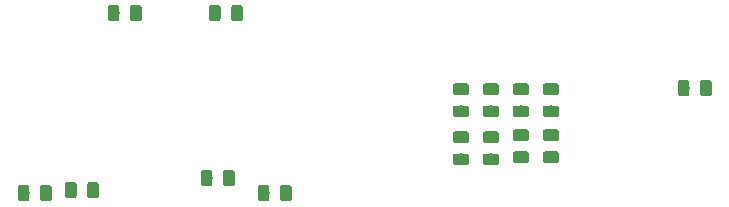
<source format=gbr>
G04 #@! TF.GenerationSoftware,KiCad,Pcbnew,(5.1.2-1)-1*
G04 #@! TF.CreationDate,2019-08-22T09:13:01-07:00*
G04 #@! TF.ProjectId,AS3310_ADSR,41533333-3130-45f4-9144-53522e6b6963,rev?*
G04 #@! TF.SameCoordinates,Original*
G04 #@! TF.FileFunction,Paste,Top*
G04 #@! TF.FilePolarity,Positive*
%FSLAX46Y46*%
G04 Gerber Fmt 4.6, Leading zero omitted, Abs format (unit mm)*
G04 Created by KiCad (PCBNEW (5.1.2-1)-1) date 2019-08-22 09:13:01*
%MOMM*%
%LPD*%
G04 APERTURE LIST*
%ADD10C,0.100000*%
%ADD11C,0.975000*%
G04 APERTURE END LIST*
D10*
G36*
X100597642Y-55181174D02*
G01*
X100621303Y-55184684D01*
X100644507Y-55190496D01*
X100667029Y-55198554D01*
X100688653Y-55208782D01*
X100709170Y-55221079D01*
X100728383Y-55235329D01*
X100746107Y-55251393D01*
X100762171Y-55269117D01*
X100776421Y-55288330D01*
X100788718Y-55308847D01*
X100798946Y-55330471D01*
X100807004Y-55352993D01*
X100812816Y-55376197D01*
X100816326Y-55399858D01*
X100817500Y-55423750D01*
X100817500Y-56336250D01*
X100816326Y-56360142D01*
X100812816Y-56383803D01*
X100807004Y-56407007D01*
X100798946Y-56429529D01*
X100788718Y-56451153D01*
X100776421Y-56471670D01*
X100762171Y-56490883D01*
X100746107Y-56508607D01*
X100728383Y-56524671D01*
X100709170Y-56538921D01*
X100688653Y-56551218D01*
X100667029Y-56561446D01*
X100644507Y-56569504D01*
X100621303Y-56575316D01*
X100597642Y-56578826D01*
X100573750Y-56580000D01*
X100086250Y-56580000D01*
X100062358Y-56578826D01*
X100038697Y-56575316D01*
X100015493Y-56569504D01*
X99992971Y-56561446D01*
X99971347Y-56551218D01*
X99950830Y-56538921D01*
X99931617Y-56524671D01*
X99913893Y-56508607D01*
X99897829Y-56490883D01*
X99883579Y-56471670D01*
X99871282Y-56451153D01*
X99861054Y-56429529D01*
X99852996Y-56407007D01*
X99847184Y-56383803D01*
X99843674Y-56360142D01*
X99842500Y-56336250D01*
X99842500Y-55423750D01*
X99843674Y-55399858D01*
X99847184Y-55376197D01*
X99852996Y-55352993D01*
X99861054Y-55330471D01*
X99871282Y-55308847D01*
X99883579Y-55288330D01*
X99897829Y-55269117D01*
X99913893Y-55251393D01*
X99931617Y-55235329D01*
X99950830Y-55221079D01*
X99971347Y-55208782D01*
X99992971Y-55198554D01*
X100015493Y-55190496D01*
X100038697Y-55184684D01*
X100062358Y-55181174D01*
X100086250Y-55180000D01*
X100573750Y-55180000D01*
X100597642Y-55181174D01*
X100597642Y-55181174D01*
G37*
D11*
X100330000Y-55880000D03*
D10*
G36*
X102472642Y-55181174D02*
G01*
X102496303Y-55184684D01*
X102519507Y-55190496D01*
X102542029Y-55198554D01*
X102563653Y-55208782D01*
X102584170Y-55221079D01*
X102603383Y-55235329D01*
X102621107Y-55251393D01*
X102637171Y-55269117D01*
X102651421Y-55288330D01*
X102663718Y-55308847D01*
X102673946Y-55330471D01*
X102682004Y-55352993D01*
X102687816Y-55376197D01*
X102691326Y-55399858D01*
X102692500Y-55423750D01*
X102692500Y-56336250D01*
X102691326Y-56360142D01*
X102687816Y-56383803D01*
X102682004Y-56407007D01*
X102673946Y-56429529D01*
X102663718Y-56451153D01*
X102651421Y-56471670D01*
X102637171Y-56490883D01*
X102621107Y-56508607D01*
X102603383Y-56524671D01*
X102584170Y-56538921D01*
X102563653Y-56551218D01*
X102542029Y-56561446D01*
X102519507Y-56569504D01*
X102496303Y-56575316D01*
X102472642Y-56578826D01*
X102448750Y-56580000D01*
X101961250Y-56580000D01*
X101937358Y-56578826D01*
X101913697Y-56575316D01*
X101890493Y-56569504D01*
X101867971Y-56561446D01*
X101846347Y-56551218D01*
X101825830Y-56538921D01*
X101806617Y-56524671D01*
X101788893Y-56508607D01*
X101772829Y-56490883D01*
X101758579Y-56471670D01*
X101746282Y-56451153D01*
X101736054Y-56429529D01*
X101727996Y-56407007D01*
X101722184Y-56383803D01*
X101718674Y-56360142D01*
X101717500Y-56336250D01*
X101717500Y-55423750D01*
X101718674Y-55399858D01*
X101722184Y-55376197D01*
X101727996Y-55352993D01*
X101736054Y-55330471D01*
X101746282Y-55308847D01*
X101758579Y-55288330D01*
X101772829Y-55269117D01*
X101788893Y-55251393D01*
X101806617Y-55235329D01*
X101825830Y-55221079D01*
X101846347Y-55208782D01*
X101867971Y-55198554D01*
X101890493Y-55190496D01*
X101913697Y-55184684D01*
X101937358Y-55181174D01*
X101961250Y-55180000D01*
X102448750Y-55180000D01*
X102472642Y-55181174D01*
X102472642Y-55181174D01*
G37*
D11*
X102205000Y-55880000D03*
D10*
G36*
X99914142Y-69151174D02*
G01*
X99937803Y-69154684D01*
X99961007Y-69160496D01*
X99983529Y-69168554D01*
X100005153Y-69178782D01*
X100025670Y-69191079D01*
X100044883Y-69205329D01*
X100062607Y-69221393D01*
X100078671Y-69239117D01*
X100092921Y-69258330D01*
X100105218Y-69278847D01*
X100115446Y-69300471D01*
X100123504Y-69322993D01*
X100129316Y-69346197D01*
X100132826Y-69369858D01*
X100134000Y-69393750D01*
X100134000Y-70306250D01*
X100132826Y-70330142D01*
X100129316Y-70353803D01*
X100123504Y-70377007D01*
X100115446Y-70399529D01*
X100105218Y-70421153D01*
X100092921Y-70441670D01*
X100078671Y-70460883D01*
X100062607Y-70478607D01*
X100044883Y-70494671D01*
X100025670Y-70508921D01*
X100005153Y-70521218D01*
X99983529Y-70531446D01*
X99961007Y-70539504D01*
X99937803Y-70545316D01*
X99914142Y-70548826D01*
X99890250Y-70550000D01*
X99402750Y-70550000D01*
X99378858Y-70548826D01*
X99355197Y-70545316D01*
X99331993Y-70539504D01*
X99309471Y-70531446D01*
X99287847Y-70521218D01*
X99267330Y-70508921D01*
X99248117Y-70494671D01*
X99230393Y-70478607D01*
X99214329Y-70460883D01*
X99200079Y-70441670D01*
X99187782Y-70421153D01*
X99177554Y-70399529D01*
X99169496Y-70377007D01*
X99163684Y-70353803D01*
X99160174Y-70330142D01*
X99159000Y-70306250D01*
X99159000Y-69393750D01*
X99160174Y-69369858D01*
X99163684Y-69346197D01*
X99169496Y-69322993D01*
X99177554Y-69300471D01*
X99187782Y-69278847D01*
X99200079Y-69258330D01*
X99214329Y-69239117D01*
X99230393Y-69221393D01*
X99248117Y-69205329D01*
X99267330Y-69191079D01*
X99287847Y-69178782D01*
X99309471Y-69168554D01*
X99331993Y-69160496D01*
X99355197Y-69154684D01*
X99378858Y-69151174D01*
X99402750Y-69150000D01*
X99890250Y-69150000D01*
X99914142Y-69151174D01*
X99914142Y-69151174D01*
G37*
D11*
X99646500Y-69850000D03*
D10*
G36*
X101789142Y-69151174D02*
G01*
X101812803Y-69154684D01*
X101836007Y-69160496D01*
X101858529Y-69168554D01*
X101880153Y-69178782D01*
X101900670Y-69191079D01*
X101919883Y-69205329D01*
X101937607Y-69221393D01*
X101953671Y-69239117D01*
X101967921Y-69258330D01*
X101980218Y-69278847D01*
X101990446Y-69300471D01*
X101998504Y-69322993D01*
X102004316Y-69346197D01*
X102007826Y-69369858D01*
X102009000Y-69393750D01*
X102009000Y-70306250D01*
X102007826Y-70330142D01*
X102004316Y-70353803D01*
X101998504Y-70377007D01*
X101990446Y-70399529D01*
X101980218Y-70421153D01*
X101967921Y-70441670D01*
X101953671Y-70460883D01*
X101937607Y-70478607D01*
X101919883Y-70494671D01*
X101900670Y-70508921D01*
X101880153Y-70521218D01*
X101858529Y-70531446D01*
X101836007Y-70539504D01*
X101812803Y-70545316D01*
X101789142Y-70548826D01*
X101765250Y-70550000D01*
X101277750Y-70550000D01*
X101253858Y-70548826D01*
X101230197Y-70545316D01*
X101206993Y-70539504D01*
X101184471Y-70531446D01*
X101162847Y-70521218D01*
X101142330Y-70508921D01*
X101123117Y-70494671D01*
X101105393Y-70478607D01*
X101089329Y-70460883D01*
X101075079Y-70441670D01*
X101062782Y-70421153D01*
X101052554Y-70399529D01*
X101044496Y-70377007D01*
X101038684Y-70353803D01*
X101035174Y-70330142D01*
X101034000Y-70306250D01*
X101034000Y-69393750D01*
X101035174Y-69369858D01*
X101038684Y-69346197D01*
X101044496Y-69322993D01*
X101052554Y-69300471D01*
X101062782Y-69278847D01*
X101075079Y-69258330D01*
X101089329Y-69239117D01*
X101105393Y-69221393D01*
X101123117Y-69205329D01*
X101142330Y-69191079D01*
X101162847Y-69178782D01*
X101184471Y-69168554D01*
X101206993Y-69160496D01*
X101230197Y-69154684D01*
X101253858Y-69151174D01*
X101277750Y-69150000D01*
X101765250Y-69150000D01*
X101789142Y-69151174D01*
X101789142Y-69151174D01*
G37*
D11*
X101521500Y-69850000D03*
D10*
G36*
X84420142Y-70421174D02*
G01*
X84443803Y-70424684D01*
X84467007Y-70430496D01*
X84489529Y-70438554D01*
X84511153Y-70448782D01*
X84531670Y-70461079D01*
X84550883Y-70475329D01*
X84568607Y-70491393D01*
X84584671Y-70509117D01*
X84598921Y-70528330D01*
X84611218Y-70548847D01*
X84621446Y-70570471D01*
X84629504Y-70592993D01*
X84635316Y-70616197D01*
X84638826Y-70639858D01*
X84640000Y-70663750D01*
X84640000Y-71576250D01*
X84638826Y-71600142D01*
X84635316Y-71623803D01*
X84629504Y-71647007D01*
X84621446Y-71669529D01*
X84611218Y-71691153D01*
X84598921Y-71711670D01*
X84584671Y-71730883D01*
X84568607Y-71748607D01*
X84550883Y-71764671D01*
X84531670Y-71778921D01*
X84511153Y-71791218D01*
X84489529Y-71801446D01*
X84467007Y-71809504D01*
X84443803Y-71815316D01*
X84420142Y-71818826D01*
X84396250Y-71820000D01*
X83908750Y-71820000D01*
X83884858Y-71818826D01*
X83861197Y-71815316D01*
X83837993Y-71809504D01*
X83815471Y-71801446D01*
X83793847Y-71791218D01*
X83773330Y-71778921D01*
X83754117Y-71764671D01*
X83736393Y-71748607D01*
X83720329Y-71730883D01*
X83706079Y-71711670D01*
X83693782Y-71691153D01*
X83683554Y-71669529D01*
X83675496Y-71647007D01*
X83669684Y-71623803D01*
X83666174Y-71600142D01*
X83665000Y-71576250D01*
X83665000Y-70663750D01*
X83666174Y-70639858D01*
X83669684Y-70616197D01*
X83675496Y-70592993D01*
X83683554Y-70570471D01*
X83693782Y-70548847D01*
X83706079Y-70528330D01*
X83720329Y-70509117D01*
X83736393Y-70491393D01*
X83754117Y-70475329D01*
X83773330Y-70461079D01*
X83793847Y-70448782D01*
X83815471Y-70438554D01*
X83837993Y-70430496D01*
X83861197Y-70424684D01*
X83884858Y-70421174D01*
X83908750Y-70420000D01*
X84396250Y-70420000D01*
X84420142Y-70421174D01*
X84420142Y-70421174D01*
G37*
D11*
X84152500Y-71120000D03*
D10*
G36*
X86295142Y-70421174D02*
G01*
X86318803Y-70424684D01*
X86342007Y-70430496D01*
X86364529Y-70438554D01*
X86386153Y-70448782D01*
X86406670Y-70461079D01*
X86425883Y-70475329D01*
X86443607Y-70491393D01*
X86459671Y-70509117D01*
X86473921Y-70528330D01*
X86486218Y-70548847D01*
X86496446Y-70570471D01*
X86504504Y-70592993D01*
X86510316Y-70616197D01*
X86513826Y-70639858D01*
X86515000Y-70663750D01*
X86515000Y-71576250D01*
X86513826Y-71600142D01*
X86510316Y-71623803D01*
X86504504Y-71647007D01*
X86496446Y-71669529D01*
X86486218Y-71691153D01*
X86473921Y-71711670D01*
X86459671Y-71730883D01*
X86443607Y-71748607D01*
X86425883Y-71764671D01*
X86406670Y-71778921D01*
X86386153Y-71791218D01*
X86364529Y-71801446D01*
X86342007Y-71809504D01*
X86318803Y-71815316D01*
X86295142Y-71818826D01*
X86271250Y-71820000D01*
X85783750Y-71820000D01*
X85759858Y-71818826D01*
X85736197Y-71815316D01*
X85712993Y-71809504D01*
X85690471Y-71801446D01*
X85668847Y-71791218D01*
X85648330Y-71778921D01*
X85629117Y-71764671D01*
X85611393Y-71748607D01*
X85595329Y-71730883D01*
X85581079Y-71711670D01*
X85568782Y-71691153D01*
X85558554Y-71669529D01*
X85550496Y-71647007D01*
X85544684Y-71623803D01*
X85541174Y-71600142D01*
X85540000Y-71576250D01*
X85540000Y-70663750D01*
X85541174Y-70639858D01*
X85544684Y-70616197D01*
X85550496Y-70592993D01*
X85558554Y-70570471D01*
X85568782Y-70548847D01*
X85581079Y-70528330D01*
X85595329Y-70509117D01*
X85611393Y-70491393D01*
X85629117Y-70475329D01*
X85648330Y-70461079D01*
X85668847Y-70448782D01*
X85690471Y-70438554D01*
X85712993Y-70430496D01*
X85736197Y-70424684D01*
X85759858Y-70421174D01*
X85783750Y-70420000D01*
X86271250Y-70420000D01*
X86295142Y-70421174D01*
X86295142Y-70421174D01*
G37*
D11*
X86027500Y-71120000D03*
D10*
G36*
X129258142Y-65710674D02*
G01*
X129281803Y-65714184D01*
X129305007Y-65719996D01*
X129327529Y-65728054D01*
X129349153Y-65738282D01*
X129369670Y-65750579D01*
X129388883Y-65764829D01*
X129406607Y-65780893D01*
X129422671Y-65798617D01*
X129436921Y-65817830D01*
X129449218Y-65838347D01*
X129459446Y-65859971D01*
X129467504Y-65882493D01*
X129473316Y-65905697D01*
X129476826Y-65929358D01*
X129478000Y-65953250D01*
X129478000Y-66440750D01*
X129476826Y-66464642D01*
X129473316Y-66488303D01*
X129467504Y-66511507D01*
X129459446Y-66534029D01*
X129449218Y-66555653D01*
X129436921Y-66576170D01*
X129422671Y-66595383D01*
X129406607Y-66613107D01*
X129388883Y-66629171D01*
X129369670Y-66643421D01*
X129349153Y-66655718D01*
X129327529Y-66665946D01*
X129305007Y-66674004D01*
X129281803Y-66679816D01*
X129258142Y-66683326D01*
X129234250Y-66684500D01*
X128321750Y-66684500D01*
X128297858Y-66683326D01*
X128274197Y-66679816D01*
X128250993Y-66674004D01*
X128228471Y-66665946D01*
X128206847Y-66655718D01*
X128186330Y-66643421D01*
X128167117Y-66629171D01*
X128149393Y-66613107D01*
X128133329Y-66595383D01*
X128119079Y-66576170D01*
X128106782Y-66555653D01*
X128096554Y-66534029D01*
X128088496Y-66511507D01*
X128082684Y-66488303D01*
X128079174Y-66464642D01*
X128078000Y-66440750D01*
X128078000Y-65953250D01*
X128079174Y-65929358D01*
X128082684Y-65905697D01*
X128088496Y-65882493D01*
X128096554Y-65859971D01*
X128106782Y-65838347D01*
X128119079Y-65817830D01*
X128133329Y-65798617D01*
X128149393Y-65780893D01*
X128167117Y-65764829D01*
X128186330Y-65750579D01*
X128206847Y-65738282D01*
X128228471Y-65728054D01*
X128250993Y-65719996D01*
X128274197Y-65714184D01*
X128297858Y-65710674D01*
X128321750Y-65709500D01*
X129234250Y-65709500D01*
X129258142Y-65710674D01*
X129258142Y-65710674D01*
G37*
D11*
X128778000Y-66197000D03*
D10*
G36*
X129258142Y-67585674D02*
G01*
X129281803Y-67589184D01*
X129305007Y-67594996D01*
X129327529Y-67603054D01*
X129349153Y-67613282D01*
X129369670Y-67625579D01*
X129388883Y-67639829D01*
X129406607Y-67655893D01*
X129422671Y-67673617D01*
X129436921Y-67692830D01*
X129449218Y-67713347D01*
X129459446Y-67734971D01*
X129467504Y-67757493D01*
X129473316Y-67780697D01*
X129476826Y-67804358D01*
X129478000Y-67828250D01*
X129478000Y-68315750D01*
X129476826Y-68339642D01*
X129473316Y-68363303D01*
X129467504Y-68386507D01*
X129459446Y-68409029D01*
X129449218Y-68430653D01*
X129436921Y-68451170D01*
X129422671Y-68470383D01*
X129406607Y-68488107D01*
X129388883Y-68504171D01*
X129369670Y-68518421D01*
X129349153Y-68530718D01*
X129327529Y-68540946D01*
X129305007Y-68549004D01*
X129281803Y-68554816D01*
X129258142Y-68558326D01*
X129234250Y-68559500D01*
X128321750Y-68559500D01*
X128297858Y-68558326D01*
X128274197Y-68554816D01*
X128250993Y-68549004D01*
X128228471Y-68540946D01*
X128206847Y-68530718D01*
X128186330Y-68518421D01*
X128167117Y-68504171D01*
X128149393Y-68488107D01*
X128133329Y-68470383D01*
X128119079Y-68451170D01*
X128106782Y-68430653D01*
X128096554Y-68409029D01*
X128088496Y-68386507D01*
X128082684Y-68363303D01*
X128079174Y-68339642D01*
X128078000Y-68315750D01*
X128078000Y-67828250D01*
X128079174Y-67804358D01*
X128082684Y-67780697D01*
X128088496Y-67757493D01*
X128096554Y-67734971D01*
X128106782Y-67713347D01*
X128119079Y-67692830D01*
X128133329Y-67673617D01*
X128149393Y-67655893D01*
X128167117Y-67639829D01*
X128186330Y-67625579D01*
X128206847Y-67613282D01*
X128228471Y-67603054D01*
X128250993Y-67594996D01*
X128274197Y-67589184D01*
X128297858Y-67585674D01*
X128321750Y-67584500D01*
X129234250Y-67584500D01*
X129258142Y-67585674D01*
X129258142Y-67585674D01*
G37*
D11*
X128778000Y-68072000D03*
D10*
G36*
X129258142Y-63697174D02*
G01*
X129281803Y-63700684D01*
X129305007Y-63706496D01*
X129327529Y-63714554D01*
X129349153Y-63724782D01*
X129369670Y-63737079D01*
X129388883Y-63751329D01*
X129406607Y-63767393D01*
X129422671Y-63785117D01*
X129436921Y-63804330D01*
X129449218Y-63824847D01*
X129459446Y-63846471D01*
X129467504Y-63868993D01*
X129473316Y-63892197D01*
X129476826Y-63915858D01*
X129478000Y-63939750D01*
X129478000Y-64427250D01*
X129476826Y-64451142D01*
X129473316Y-64474803D01*
X129467504Y-64498007D01*
X129459446Y-64520529D01*
X129449218Y-64542153D01*
X129436921Y-64562670D01*
X129422671Y-64581883D01*
X129406607Y-64599607D01*
X129388883Y-64615671D01*
X129369670Y-64629921D01*
X129349153Y-64642218D01*
X129327529Y-64652446D01*
X129305007Y-64660504D01*
X129281803Y-64666316D01*
X129258142Y-64669826D01*
X129234250Y-64671000D01*
X128321750Y-64671000D01*
X128297858Y-64669826D01*
X128274197Y-64666316D01*
X128250993Y-64660504D01*
X128228471Y-64652446D01*
X128206847Y-64642218D01*
X128186330Y-64629921D01*
X128167117Y-64615671D01*
X128149393Y-64599607D01*
X128133329Y-64581883D01*
X128119079Y-64562670D01*
X128106782Y-64542153D01*
X128096554Y-64520529D01*
X128088496Y-64498007D01*
X128082684Y-64474803D01*
X128079174Y-64451142D01*
X128078000Y-64427250D01*
X128078000Y-63939750D01*
X128079174Y-63915858D01*
X128082684Y-63892197D01*
X128088496Y-63868993D01*
X128096554Y-63846471D01*
X128106782Y-63824847D01*
X128119079Y-63804330D01*
X128133329Y-63785117D01*
X128149393Y-63767393D01*
X128167117Y-63751329D01*
X128186330Y-63737079D01*
X128206847Y-63724782D01*
X128228471Y-63714554D01*
X128250993Y-63706496D01*
X128274197Y-63700684D01*
X128297858Y-63697174D01*
X128321750Y-63696000D01*
X129234250Y-63696000D01*
X129258142Y-63697174D01*
X129258142Y-63697174D01*
G37*
D11*
X128778000Y-64183500D03*
D10*
G36*
X129258142Y-61822174D02*
G01*
X129281803Y-61825684D01*
X129305007Y-61831496D01*
X129327529Y-61839554D01*
X129349153Y-61849782D01*
X129369670Y-61862079D01*
X129388883Y-61876329D01*
X129406607Y-61892393D01*
X129422671Y-61910117D01*
X129436921Y-61929330D01*
X129449218Y-61949847D01*
X129459446Y-61971471D01*
X129467504Y-61993993D01*
X129473316Y-62017197D01*
X129476826Y-62040858D01*
X129478000Y-62064750D01*
X129478000Y-62552250D01*
X129476826Y-62576142D01*
X129473316Y-62599803D01*
X129467504Y-62623007D01*
X129459446Y-62645529D01*
X129449218Y-62667153D01*
X129436921Y-62687670D01*
X129422671Y-62706883D01*
X129406607Y-62724607D01*
X129388883Y-62740671D01*
X129369670Y-62754921D01*
X129349153Y-62767218D01*
X129327529Y-62777446D01*
X129305007Y-62785504D01*
X129281803Y-62791316D01*
X129258142Y-62794826D01*
X129234250Y-62796000D01*
X128321750Y-62796000D01*
X128297858Y-62794826D01*
X128274197Y-62791316D01*
X128250993Y-62785504D01*
X128228471Y-62777446D01*
X128206847Y-62767218D01*
X128186330Y-62754921D01*
X128167117Y-62740671D01*
X128149393Y-62724607D01*
X128133329Y-62706883D01*
X128119079Y-62687670D01*
X128106782Y-62667153D01*
X128096554Y-62645529D01*
X128088496Y-62623007D01*
X128082684Y-62599803D01*
X128079174Y-62576142D01*
X128078000Y-62552250D01*
X128078000Y-62064750D01*
X128079174Y-62040858D01*
X128082684Y-62017197D01*
X128088496Y-61993993D01*
X128096554Y-61971471D01*
X128106782Y-61949847D01*
X128119079Y-61929330D01*
X128133329Y-61910117D01*
X128149393Y-61892393D01*
X128167117Y-61876329D01*
X128186330Y-61862079D01*
X128206847Y-61849782D01*
X128228471Y-61839554D01*
X128250993Y-61831496D01*
X128274197Y-61825684D01*
X128297858Y-61822174D01*
X128321750Y-61821000D01*
X129234250Y-61821000D01*
X129258142Y-61822174D01*
X129258142Y-61822174D01*
G37*
D11*
X128778000Y-62308500D03*
D10*
G36*
X126718142Y-65710674D02*
G01*
X126741803Y-65714184D01*
X126765007Y-65719996D01*
X126787529Y-65728054D01*
X126809153Y-65738282D01*
X126829670Y-65750579D01*
X126848883Y-65764829D01*
X126866607Y-65780893D01*
X126882671Y-65798617D01*
X126896921Y-65817830D01*
X126909218Y-65838347D01*
X126919446Y-65859971D01*
X126927504Y-65882493D01*
X126933316Y-65905697D01*
X126936826Y-65929358D01*
X126938000Y-65953250D01*
X126938000Y-66440750D01*
X126936826Y-66464642D01*
X126933316Y-66488303D01*
X126927504Y-66511507D01*
X126919446Y-66534029D01*
X126909218Y-66555653D01*
X126896921Y-66576170D01*
X126882671Y-66595383D01*
X126866607Y-66613107D01*
X126848883Y-66629171D01*
X126829670Y-66643421D01*
X126809153Y-66655718D01*
X126787529Y-66665946D01*
X126765007Y-66674004D01*
X126741803Y-66679816D01*
X126718142Y-66683326D01*
X126694250Y-66684500D01*
X125781750Y-66684500D01*
X125757858Y-66683326D01*
X125734197Y-66679816D01*
X125710993Y-66674004D01*
X125688471Y-66665946D01*
X125666847Y-66655718D01*
X125646330Y-66643421D01*
X125627117Y-66629171D01*
X125609393Y-66613107D01*
X125593329Y-66595383D01*
X125579079Y-66576170D01*
X125566782Y-66555653D01*
X125556554Y-66534029D01*
X125548496Y-66511507D01*
X125542684Y-66488303D01*
X125539174Y-66464642D01*
X125538000Y-66440750D01*
X125538000Y-65953250D01*
X125539174Y-65929358D01*
X125542684Y-65905697D01*
X125548496Y-65882493D01*
X125556554Y-65859971D01*
X125566782Y-65838347D01*
X125579079Y-65817830D01*
X125593329Y-65798617D01*
X125609393Y-65780893D01*
X125627117Y-65764829D01*
X125646330Y-65750579D01*
X125666847Y-65738282D01*
X125688471Y-65728054D01*
X125710993Y-65719996D01*
X125734197Y-65714184D01*
X125757858Y-65710674D01*
X125781750Y-65709500D01*
X126694250Y-65709500D01*
X126718142Y-65710674D01*
X126718142Y-65710674D01*
G37*
D11*
X126238000Y-66197000D03*
D10*
G36*
X126718142Y-67585674D02*
G01*
X126741803Y-67589184D01*
X126765007Y-67594996D01*
X126787529Y-67603054D01*
X126809153Y-67613282D01*
X126829670Y-67625579D01*
X126848883Y-67639829D01*
X126866607Y-67655893D01*
X126882671Y-67673617D01*
X126896921Y-67692830D01*
X126909218Y-67713347D01*
X126919446Y-67734971D01*
X126927504Y-67757493D01*
X126933316Y-67780697D01*
X126936826Y-67804358D01*
X126938000Y-67828250D01*
X126938000Y-68315750D01*
X126936826Y-68339642D01*
X126933316Y-68363303D01*
X126927504Y-68386507D01*
X126919446Y-68409029D01*
X126909218Y-68430653D01*
X126896921Y-68451170D01*
X126882671Y-68470383D01*
X126866607Y-68488107D01*
X126848883Y-68504171D01*
X126829670Y-68518421D01*
X126809153Y-68530718D01*
X126787529Y-68540946D01*
X126765007Y-68549004D01*
X126741803Y-68554816D01*
X126718142Y-68558326D01*
X126694250Y-68559500D01*
X125781750Y-68559500D01*
X125757858Y-68558326D01*
X125734197Y-68554816D01*
X125710993Y-68549004D01*
X125688471Y-68540946D01*
X125666847Y-68530718D01*
X125646330Y-68518421D01*
X125627117Y-68504171D01*
X125609393Y-68488107D01*
X125593329Y-68470383D01*
X125579079Y-68451170D01*
X125566782Y-68430653D01*
X125556554Y-68409029D01*
X125548496Y-68386507D01*
X125542684Y-68363303D01*
X125539174Y-68339642D01*
X125538000Y-68315750D01*
X125538000Y-67828250D01*
X125539174Y-67804358D01*
X125542684Y-67780697D01*
X125548496Y-67757493D01*
X125556554Y-67734971D01*
X125566782Y-67713347D01*
X125579079Y-67692830D01*
X125593329Y-67673617D01*
X125609393Y-67655893D01*
X125627117Y-67639829D01*
X125646330Y-67625579D01*
X125666847Y-67613282D01*
X125688471Y-67603054D01*
X125710993Y-67594996D01*
X125734197Y-67589184D01*
X125757858Y-67585674D01*
X125781750Y-67584500D01*
X126694250Y-67584500D01*
X126718142Y-67585674D01*
X126718142Y-67585674D01*
G37*
D11*
X126238000Y-68072000D03*
D10*
G36*
X126718142Y-63697174D02*
G01*
X126741803Y-63700684D01*
X126765007Y-63706496D01*
X126787529Y-63714554D01*
X126809153Y-63724782D01*
X126829670Y-63737079D01*
X126848883Y-63751329D01*
X126866607Y-63767393D01*
X126882671Y-63785117D01*
X126896921Y-63804330D01*
X126909218Y-63824847D01*
X126919446Y-63846471D01*
X126927504Y-63868993D01*
X126933316Y-63892197D01*
X126936826Y-63915858D01*
X126938000Y-63939750D01*
X126938000Y-64427250D01*
X126936826Y-64451142D01*
X126933316Y-64474803D01*
X126927504Y-64498007D01*
X126919446Y-64520529D01*
X126909218Y-64542153D01*
X126896921Y-64562670D01*
X126882671Y-64581883D01*
X126866607Y-64599607D01*
X126848883Y-64615671D01*
X126829670Y-64629921D01*
X126809153Y-64642218D01*
X126787529Y-64652446D01*
X126765007Y-64660504D01*
X126741803Y-64666316D01*
X126718142Y-64669826D01*
X126694250Y-64671000D01*
X125781750Y-64671000D01*
X125757858Y-64669826D01*
X125734197Y-64666316D01*
X125710993Y-64660504D01*
X125688471Y-64652446D01*
X125666847Y-64642218D01*
X125646330Y-64629921D01*
X125627117Y-64615671D01*
X125609393Y-64599607D01*
X125593329Y-64581883D01*
X125579079Y-64562670D01*
X125566782Y-64542153D01*
X125556554Y-64520529D01*
X125548496Y-64498007D01*
X125542684Y-64474803D01*
X125539174Y-64451142D01*
X125538000Y-64427250D01*
X125538000Y-63939750D01*
X125539174Y-63915858D01*
X125542684Y-63892197D01*
X125548496Y-63868993D01*
X125556554Y-63846471D01*
X125566782Y-63824847D01*
X125579079Y-63804330D01*
X125593329Y-63785117D01*
X125609393Y-63767393D01*
X125627117Y-63751329D01*
X125646330Y-63737079D01*
X125666847Y-63724782D01*
X125688471Y-63714554D01*
X125710993Y-63706496D01*
X125734197Y-63700684D01*
X125757858Y-63697174D01*
X125781750Y-63696000D01*
X126694250Y-63696000D01*
X126718142Y-63697174D01*
X126718142Y-63697174D01*
G37*
D11*
X126238000Y-64183500D03*
D10*
G36*
X126718142Y-61822174D02*
G01*
X126741803Y-61825684D01*
X126765007Y-61831496D01*
X126787529Y-61839554D01*
X126809153Y-61849782D01*
X126829670Y-61862079D01*
X126848883Y-61876329D01*
X126866607Y-61892393D01*
X126882671Y-61910117D01*
X126896921Y-61929330D01*
X126909218Y-61949847D01*
X126919446Y-61971471D01*
X126927504Y-61993993D01*
X126933316Y-62017197D01*
X126936826Y-62040858D01*
X126938000Y-62064750D01*
X126938000Y-62552250D01*
X126936826Y-62576142D01*
X126933316Y-62599803D01*
X126927504Y-62623007D01*
X126919446Y-62645529D01*
X126909218Y-62667153D01*
X126896921Y-62687670D01*
X126882671Y-62706883D01*
X126866607Y-62724607D01*
X126848883Y-62740671D01*
X126829670Y-62754921D01*
X126809153Y-62767218D01*
X126787529Y-62777446D01*
X126765007Y-62785504D01*
X126741803Y-62791316D01*
X126718142Y-62794826D01*
X126694250Y-62796000D01*
X125781750Y-62796000D01*
X125757858Y-62794826D01*
X125734197Y-62791316D01*
X125710993Y-62785504D01*
X125688471Y-62777446D01*
X125666847Y-62767218D01*
X125646330Y-62754921D01*
X125627117Y-62740671D01*
X125609393Y-62724607D01*
X125593329Y-62706883D01*
X125579079Y-62687670D01*
X125566782Y-62667153D01*
X125556554Y-62645529D01*
X125548496Y-62623007D01*
X125542684Y-62599803D01*
X125539174Y-62576142D01*
X125538000Y-62552250D01*
X125538000Y-62064750D01*
X125539174Y-62040858D01*
X125542684Y-62017197D01*
X125548496Y-61993993D01*
X125556554Y-61971471D01*
X125566782Y-61949847D01*
X125579079Y-61929330D01*
X125593329Y-61910117D01*
X125609393Y-61892393D01*
X125627117Y-61876329D01*
X125646330Y-61862079D01*
X125666847Y-61849782D01*
X125688471Y-61839554D01*
X125710993Y-61831496D01*
X125734197Y-61825684D01*
X125757858Y-61822174D01*
X125781750Y-61821000D01*
X126694250Y-61821000D01*
X126718142Y-61822174D01*
X126718142Y-61822174D01*
G37*
D11*
X126238000Y-62308500D03*
D10*
G36*
X124178142Y-65886174D02*
G01*
X124201803Y-65889684D01*
X124225007Y-65895496D01*
X124247529Y-65903554D01*
X124269153Y-65913782D01*
X124289670Y-65926079D01*
X124308883Y-65940329D01*
X124326607Y-65956393D01*
X124342671Y-65974117D01*
X124356921Y-65993330D01*
X124369218Y-66013847D01*
X124379446Y-66035471D01*
X124387504Y-66057993D01*
X124393316Y-66081197D01*
X124396826Y-66104858D01*
X124398000Y-66128750D01*
X124398000Y-66616250D01*
X124396826Y-66640142D01*
X124393316Y-66663803D01*
X124387504Y-66687007D01*
X124379446Y-66709529D01*
X124369218Y-66731153D01*
X124356921Y-66751670D01*
X124342671Y-66770883D01*
X124326607Y-66788607D01*
X124308883Y-66804671D01*
X124289670Y-66818921D01*
X124269153Y-66831218D01*
X124247529Y-66841446D01*
X124225007Y-66849504D01*
X124201803Y-66855316D01*
X124178142Y-66858826D01*
X124154250Y-66860000D01*
X123241750Y-66860000D01*
X123217858Y-66858826D01*
X123194197Y-66855316D01*
X123170993Y-66849504D01*
X123148471Y-66841446D01*
X123126847Y-66831218D01*
X123106330Y-66818921D01*
X123087117Y-66804671D01*
X123069393Y-66788607D01*
X123053329Y-66770883D01*
X123039079Y-66751670D01*
X123026782Y-66731153D01*
X123016554Y-66709529D01*
X123008496Y-66687007D01*
X123002684Y-66663803D01*
X122999174Y-66640142D01*
X122998000Y-66616250D01*
X122998000Y-66128750D01*
X122999174Y-66104858D01*
X123002684Y-66081197D01*
X123008496Y-66057993D01*
X123016554Y-66035471D01*
X123026782Y-66013847D01*
X123039079Y-65993330D01*
X123053329Y-65974117D01*
X123069393Y-65956393D01*
X123087117Y-65940329D01*
X123106330Y-65926079D01*
X123126847Y-65913782D01*
X123148471Y-65903554D01*
X123170993Y-65895496D01*
X123194197Y-65889684D01*
X123217858Y-65886174D01*
X123241750Y-65885000D01*
X124154250Y-65885000D01*
X124178142Y-65886174D01*
X124178142Y-65886174D01*
G37*
D11*
X123698000Y-66372500D03*
D10*
G36*
X124178142Y-67761174D02*
G01*
X124201803Y-67764684D01*
X124225007Y-67770496D01*
X124247529Y-67778554D01*
X124269153Y-67788782D01*
X124289670Y-67801079D01*
X124308883Y-67815329D01*
X124326607Y-67831393D01*
X124342671Y-67849117D01*
X124356921Y-67868330D01*
X124369218Y-67888847D01*
X124379446Y-67910471D01*
X124387504Y-67932993D01*
X124393316Y-67956197D01*
X124396826Y-67979858D01*
X124398000Y-68003750D01*
X124398000Y-68491250D01*
X124396826Y-68515142D01*
X124393316Y-68538803D01*
X124387504Y-68562007D01*
X124379446Y-68584529D01*
X124369218Y-68606153D01*
X124356921Y-68626670D01*
X124342671Y-68645883D01*
X124326607Y-68663607D01*
X124308883Y-68679671D01*
X124289670Y-68693921D01*
X124269153Y-68706218D01*
X124247529Y-68716446D01*
X124225007Y-68724504D01*
X124201803Y-68730316D01*
X124178142Y-68733826D01*
X124154250Y-68735000D01*
X123241750Y-68735000D01*
X123217858Y-68733826D01*
X123194197Y-68730316D01*
X123170993Y-68724504D01*
X123148471Y-68716446D01*
X123126847Y-68706218D01*
X123106330Y-68693921D01*
X123087117Y-68679671D01*
X123069393Y-68663607D01*
X123053329Y-68645883D01*
X123039079Y-68626670D01*
X123026782Y-68606153D01*
X123016554Y-68584529D01*
X123008496Y-68562007D01*
X123002684Y-68538803D01*
X122999174Y-68515142D01*
X122998000Y-68491250D01*
X122998000Y-68003750D01*
X122999174Y-67979858D01*
X123002684Y-67956197D01*
X123008496Y-67932993D01*
X123016554Y-67910471D01*
X123026782Y-67888847D01*
X123039079Y-67868330D01*
X123053329Y-67849117D01*
X123069393Y-67831393D01*
X123087117Y-67815329D01*
X123106330Y-67801079D01*
X123126847Y-67788782D01*
X123148471Y-67778554D01*
X123170993Y-67770496D01*
X123194197Y-67764684D01*
X123217858Y-67761174D01*
X123241750Y-67760000D01*
X124154250Y-67760000D01*
X124178142Y-67761174D01*
X124178142Y-67761174D01*
G37*
D11*
X123698000Y-68247500D03*
D10*
G36*
X124178142Y-63697174D02*
G01*
X124201803Y-63700684D01*
X124225007Y-63706496D01*
X124247529Y-63714554D01*
X124269153Y-63724782D01*
X124289670Y-63737079D01*
X124308883Y-63751329D01*
X124326607Y-63767393D01*
X124342671Y-63785117D01*
X124356921Y-63804330D01*
X124369218Y-63824847D01*
X124379446Y-63846471D01*
X124387504Y-63868993D01*
X124393316Y-63892197D01*
X124396826Y-63915858D01*
X124398000Y-63939750D01*
X124398000Y-64427250D01*
X124396826Y-64451142D01*
X124393316Y-64474803D01*
X124387504Y-64498007D01*
X124379446Y-64520529D01*
X124369218Y-64542153D01*
X124356921Y-64562670D01*
X124342671Y-64581883D01*
X124326607Y-64599607D01*
X124308883Y-64615671D01*
X124289670Y-64629921D01*
X124269153Y-64642218D01*
X124247529Y-64652446D01*
X124225007Y-64660504D01*
X124201803Y-64666316D01*
X124178142Y-64669826D01*
X124154250Y-64671000D01*
X123241750Y-64671000D01*
X123217858Y-64669826D01*
X123194197Y-64666316D01*
X123170993Y-64660504D01*
X123148471Y-64652446D01*
X123126847Y-64642218D01*
X123106330Y-64629921D01*
X123087117Y-64615671D01*
X123069393Y-64599607D01*
X123053329Y-64581883D01*
X123039079Y-64562670D01*
X123026782Y-64542153D01*
X123016554Y-64520529D01*
X123008496Y-64498007D01*
X123002684Y-64474803D01*
X122999174Y-64451142D01*
X122998000Y-64427250D01*
X122998000Y-63939750D01*
X122999174Y-63915858D01*
X123002684Y-63892197D01*
X123008496Y-63868993D01*
X123016554Y-63846471D01*
X123026782Y-63824847D01*
X123039079Y-63804330D01*
X123053329Y-63785117D01*
X123069393Y-63767393D01*
X123087117Y-63751329D01*
X123106330Y-63737079D01*
X123126847Y-63724782D01*
X123148471Y-63714554D01*
X123170993Y-63706496D01*
X123194197Y-63700684D01*
X123217858Y-63697174D01*
X123241750Y-63696000D01*
X124154250Y-63696000D01*
X124178142Y-63697174D01*
X124178142Y-63697174D01*
G37*
D11*
X123698000Y-64183500D03*
D10*
G36*
X124178142Y-61822174D02*
G01*
X124201803Y-61825684D01*
X124225007Y-61831496D01*
X124247529Y-61839554D01*
X124269153Y-61849782D01*
X124289670Y-61862079D01*
X124308883Y-61876329D01*
X124326607Y-61892393D01*
X124342671Y-61910117D01*
X124356921Y-61929330D01*
X124369218Y-61949847D01*
X124379446Y-61971471D01*
X124387504Y-61993993D01*
X124393316Y-62017197D01*
X124396826Y-62040858D01*
X124398000Y-62064750D01*
X124398000Y-62552250D01*
X124396826Y-62576142D01*
X124393316Y-62599803D01*
X124387504Y-62623007D01*
X124379446Y-62645529D01*
X124369218Y-62667153D01*
X124356921Y-62687670D01*
X124342671Y-62706883D01*
X124326607Y-62724607D01*
X124308883Y-62740671D01*
X124289670Y-62754921D01*
X124269153Y-62767218D01*
X124247529Y-62777446D01*
X124225007Y-62785504D01*
X124201803Y-62791316D01*
X124178142Y-62794826D01*
X124154250Y-62796000D01*
X123241750Y-62796000D01*
X123217858Y-62794826D01*
X123194197Y-62791316D01*
X123170993Y-62785504D01*
X123148471Y-62777446D01*
X123126847Y-62767218D01*
X123106330Y-62754921D01*
X123087117Y-62740671D01*
X123069393Y-62724607D01*
X123053329Y-62706883D01*
X123039079Y-62687670D01*
X123026782Y-62667153D01*
X123016554Y-62645529D01*
X123008496Y-62623007D01*
X123002684Y-62599803D01*
X122999174Y-62576142D01*
X122998000Y-62552250D01*
X122998000Y-62064750D01*
X122999174Y-62040858D01*
X123002684Y-62017197D01*
X123008496Y-61993993D01*
X123016554Y-61971471D01*
X123026782Y-61949847D01*
X123039079Y-61929330D01*
X123053329Y-61910117D01*
X123069393Y-61892393D01*
X123087117Y-61876329D01*
X123106330Y-61862079D01*
X123126847Y-61849782D01*
X123148471Y-61839554D01*
X123170993Y-61831496D01*
X123194197Y-61825684D01*
X123217858Y-61822174D01*
X123241750Y-61821000D01*
X124154250Y-61821000D01*
X124178142Y-61822174D01*
X124178142Y-61822174D01*
G37*
D11*
X123698000Y-62308500D03*
D10*
G36*
X121638142Y-65886174D02*
G01*
X121661803Y-65889684D01*
X121685007Y-65895496D01*
X121707529Y-65903554D01*
X121729153Y-65913782D01*
X121749670Y-65926079D01*
X121768883Y-65940329D01*
X121786607Y-65956393D01*
X121802671Y-65974117D01*
X121816921Y-65993330D01*
X121829218Y-66013847D01*
X121839446Y-66035471D01*
X121847504Y-66057993D01*
X121853316Y-66081197D01*
X121856826Y-66104858D01*
X121858000Y-66128750D01*
X121858000Y-66616250D01*
X121856826Y-66640142D01*
X121853316Y-66663803D01*
X121847504Y-66687007D01*
X121839446Y-66709529D01*
X121829218Y-66731153D01*
X121816921Y-66751670D01*
X121802671Y-66770883D01*
X121786607Y-66788607D01*
X121768883Y-66804671D01*
X121749670Y-66818921D01*
X121729153Y-66831218D01*
X121707529Y-66841446D01*
X121685007Y-66849504D01*
X121661803Y-66855316D01*
X121638142Y-66858826D01*
X121614250Y-66860000D01*
X120701750Y-66860000D01*
X120677858Y-66858826D01*
X120654197Y-66855316D01*
X120630993Y-66849504D01*
X120608471Y-66841446D01*
X120586847Y-66831218D01*
X120566330Y-66818921D01*
X120547117Y-66804671D01*
X120529393Y-66788607D01*
X120513329Y-66770883D01*
X120499079Y-66751670D01*
X120486782Y-66731153D01*
X120476554Y-66709529D01*
X120468496Y-66687007D01*
X120462684Y-66663803D01*
X120459174Y-66640142D01*
X120458000Y-66616250D01*
X120458000Y-66128750D01*
X120459174Y-66104858D01*
X120462684Y-66081197D01*
X120468496Y-66057993D01*
X120476554Y-66035471D01*
X120486782Y-66013847D01*
X120499079Y-65993330D01*
X120513329Y-65974117D01*
X120529393Y-65956393D01*
X120547117Y-65940329D01*
X120566330Y-65926079D01*
X120586847Y-65913782D01*
X120608471Y-65903554D01*
X120630993Y-65895496D01*
X120654197Y-65889684D01*
X120677858Y-65886174D01*
X120701750Y-65885000D01*
X121614250Y-65885000D01*
X121638142Y-65886174D01*
X121638142Y-65886174D01*
G37*
D11*
X121158000Y-66372500D03*
D10*
G36*
X121638142Y-67761174D02*
G01*
X121661803Y-67764684D01*
X121685007Y-67770496D01*
X121707529Y-67778554D01*
X121729153Y-67788782D01*
X121749670Y-67801079D01*
X121768883Y-67815329D01*
X121786607Y-67831393D01*
X121802671Y-67849117D01*
X121816921Y-67868330D01*
X121829218Y-67888847D01*
X121839446Y-67910471D01*
X121847504Y-67932993D01*
X121853316Y-67956197D01*
X121856826Y-67979858D01*
X121858000Y-68003750D01*
X121858000Y-68491250D01*
X121856826Y-68515142D01*
X121853316Y-68538803D01*
X121847504Y-68562007D01*
X121839446Y-68584529D01*
X121829218Y-68606153D01*
X121816921Y-68626670D01*
X121802671Y-68645883D01*
X121786607Y-68663607D01*
X121768883Y-68679671D01*
X121749670Y-68693921D01*
X121729153Y-68706218D01*
X121707529Y-68716446D01*
X121685007Y-68724504D01*
X121661803Y-68730316D01*
X121638142Y-68733826D01*
X121614250Y-68735000D01*
X120701750Y-68735000D01*
X120677858Y-68733826D01*
X120654197Y-68730316D01*
X120630993Y-68724504D01*
X120608471Y-68716446D01*
X120586847Y-68706218D01*
X120566330Y-68693921D01*
X120547117Y-68679671D01*
X120529393Y-68663607D01*
X120513329Y-68645883D01*
X120499079Y-68626670D01*
X120486782Y-68606153D01*
X120476554Y-68584529D01*
X120468496Y-68562007D01*
X120462684Y-68538803D01*
X120459174Y-68515142D01*
X120458000Y-68491250D01*
X120458000Y-68003750D01*
X120459174Y-67979858D01*
X120462684Y-67956197D01*
X120468496Y-67932993D01*
X120476554Y-67910471D01*
X120486782Y-67888847D01*
X120499079Y-67868330D01*
X120513329Y-67849117D01*
X120529393Y-67831393D01*
X120547117Y-67815329D01*
X120566330Y-67801079D01*
X120586847Y-67788782D01*
X120608471Y-67778554D01*
X120630993Y-67770496D01*
X120654197Y-67764684D01*
X120677858Y-67761174D01*
X120701750Y-67760000D01*
X121614250Y-67760000D01*
X121638142Y-67761174D01*
X121638142Y-67761174D01*
G37*
D11*
X121158000Y-68247500D03*
D10*
G36*
X121638142Y-63697174D02*
G01*
X121661803Y-63700684D01*
X121685007Y-63706496D01*
X121707529Y-63714554D01*
X121729153Y-63724782D01*
X121749670Y-63737079D01*
X121768883Y-63751329D01*
X121786607Y-63767393D01*
X121802671Y-63785117D01*
X121816921Y-63804330D01*
X121829218Y-63824847D01*
X121839446Y-63846471D01*
X121847504Y-63868993D01*
X121853316Y-63892197D01*
X121856826Y-63915858D01*
X121858000Y-63939750D01*
X121858000Y-64427250D01*
X121856826Y-64451142D01*
X121853316Y-64474803D01*
X121847504Y-64498007D01*
X121839446Y-64520529D01*
X121829218Y-64542153D01*
X121816921Y-64562670D01*
X121802671Y-64581883D01*
X121786607Y-64599607D01*
X121768883Y-64615671D01*
X121749670Y-64629921D01*
X121729153Y-64642218D01*
X121707529Y-64652446D01*
X121685007Y-64660504D01*
X121661803Y-64666316D01*
X121638142Y-64669826D01*
X121614250Y-64671000D01*
X120701750Y-64671000D01*
X120677858Y-64669826D01*
X120654197Y-64666316D01*
X120630993Y-64660504D01*
X120608471Y-64652446D01*
X120586847Y-64642218D01*
X120566330Y-64629921D01*
X120547117Y-64615671D01*
X120529393Y-64599607D01*
X120513329Y-64581883D01*
X120499079Y-64562670D01*
X120486782Y-64542153D01*
X120476554Y-64520529D01*
X120468496Y-64498007D01*
X120462684Y-64474803D01*
X120459174Y-64451142D01*
X120458000Y-64427250D01*
X120458000Y-63939750D01*
X120459174Y-63915858D01*
X120462684Y-63892197D01*
X120468496Y-63868993D01*
X120476554Y-63846471D01*
X120486782Y-63824847D01*
X120499079Y-63804330D01*
X120513329Y-63785117D01*
X120529393Y-63767393D01*
X120547117Y-63751329D01*
X120566330Y-63737079D01*
X120586847Y-63724782D01*
X120608471Y-63714554D01*
X120630993Y-63706496D01*
X120654197Y-63700684D01*
X120677858Y-63697174D01*
X120701750Y-63696000D01*
X121614250Y-63696000D01*
X121638142Y-63697174D01*
X121638142Y-63697174D01*
G37*
D11*
X121158000Y-64183500D03*
D10*
G36*
X121638142Y-61822174D02*
G01*
X121661803Y-61825684D01*
X121685007Y-61831496D01*
X121707529Y-61839554D01*
X121729153Y-61849782D01*
X121749670Y-61862079D01*
X121768883Y-61876329D01*
X121786607Y-61892393D01*
X121802671Y-61910117D01*
X121816921Y-61929330D01*
X121829218Y-61949847D01*
X121839446Y-61971471D01*
X121847504Y-61993993D01*
X121853316Y-62017197D01*
X121856826Y-62040858D01*
X121858000Y-62064750D01*
X121858000Y-62552250D01*
X121856826Y-62576142D01*
X121853316Y-62599803D01*
X121847504Y-62623007D01*
X121839446Y-62645529D01*
X121829218Y-62667153D01*
X121816921Y-62687670D01*
X121802671Y-62706883D01*
X121786607Y-62724607D01*
X121768883Y-62740671D01*
X121749670Y-62754921D01*
X121729153Y-62767218D01*
X121707529Y-62777446D01*
X121685007Y-62785504D01*
X121661803Y-62791316D01*
X121638142Y-62794826D01*
X121614250Y-62796000D01*
X120701750Y-62796000D01*
X120677858Y-62794826D01*
X120654197Y-62791316D01*
X120630993Y-62785504D01*
X120608471Y-62777446D01*
X120586847Y-62767218D01*
X120566330Y-62754921D01*
X120547117Y-62740671D01*
X120529393Y-62724607D01*
X120513329Y-62706883D01*
X120499079Y-62687670D01*
X120486782Y-62667153D01*
X120476554Y-62645529D01*
X120468496Y-62623007D01*
X120462684Y-62599803D01*
X120459174Y-62576142D01*
X120458000Y-62552250D01*
X120458000Y-62064750D01*
X120459174Y-62040858D01*
X120462684Y-62017197D01*
X120468496Y-61993993D01*
X120476554Y-61971471D01*
X120486782Y-61949847D01*
X120499079Y-61929330D01*
X120513329Y-61910117D01*
X120529393Y-61892393D01*
X120547117Y-61876329D01*
X120566330Y-61862079D01*
X120586847Y-61849782D01*
X120608471Y-61839554D01*
X120630993Y-61831496D01*
X120654197Y-61825684D01*
X120677858Y-61822174D01*
X120701750Y-61821000D01*
X121614250Y-61821000D01*
X121638142Y-61822174D01*
X121638142Y-61822174D01*
G37*
D11*
X121158000Y-62308500D03*
D10*
G36*
X142175142Y-61531174D02*
G01*
X142198803Y-61534684D01*
X142222007Y-61540496D01*
X142244529Y-61548554D01*
X142266153Y-61558782D01*
X142286670Y-61571079D01*
X142305883Y-61585329D01*
X142323607Y-61601393D01*
X142339671Y-61619117D01*
X142353921Y-61638330D01*
X142366218Y-61658847D01*
X142376446Y-61680471D01*
X142384504Y-61702993D01*
X142390316Y-61726197D01*
X142393826Y-61749858D01*
X142395000Y-61773750D01*
X142395000Y-62686250D01*
X142393826Y-62710142D01*
X142390316Y-62733803D01*
X142384504Y-62757007D01*
X142376446Y-62779529D01*
X142366218Y-62801153D01*
X142353921Y-62821670D01*
X142339671Y-62840883D01*
X142323607Y-62858607D01*
X142305883Y-62874671D01*
X142286670Y-62888921D01*
X142266153Y-62901218D01*
X142244529Y-62911446D01*
X142222007Y-62919504D01*
X142198803Y-62925316D01*
X142175142Y-62928826D01*
X142151250Y-62930000D01*
X141663750Y-62930000D01*
X141639858Y-62928826D01*
X141616197Y-62925316D01*
X141592993Y-62919504D01*
X141570471Y-62911446D01*
X141548847Y-62901218D01*
X141528330Y-62888921D01*
X141509117Y-62874671D01*
X141491393Y-62858607D01*
X141475329Y-62840883D01*
X141461079Y-62821670D01*
X141448782Y-62801153D01*
X141438554Y-62779529D01*
X141430496Y-62757007D01*
X141424684Y-62733803D01*
X141421174Y-62710142D01*
X141420000Y-62686250D01*
X141420000Y-61773750D01*
X141421174Y-61749858D01*
X141424684Y-61726197D01*
X141430496Y-61702993D01*
X141438554Y-61680471D01*
X141448782Y-61658847D01*
X141461079Y-61638330D01*
X141475329Y-61619117D01*
X141491393Y-61601393D01*
X141509117Y-61585329D01*
X141528330Y-61571079D01*
X141548847Y-61558782D01*
X141570471Y-61548554D01*
X141592993Y-61540496D01*
X141616197Y-61534684D01*
X141639858Y-61531174D01*
X141663750Y-61530000D01*
X142151250Y-61530000D01*
X142175142Y-61531174D01*
X142175142Y-61531174D01*
G37*
D11*
X141907500Y-62230000D03*
D10*
G36*
X140300142Y-61531174D02*
G01*
X140323803Y-61534684D01*
X140347007Y-61540496D01*
X140369529Y-61548554D01*
X140391153Y-61558782D01*
X140411670Y-61571079D01*
X140430883Y-61585329D01*
X140448607Y-61601393D01*
X140464671Y-61619117D01*
X140478921Y-61638330D01*
X140491218Y-61658847D01*
X140501446Y-61680471D01*
X140509504Y-61702993D01*
X140515316Y-61726197D01*
X140518826Y-61749858D01*
X140520000Y-61773750D01*
X140520000Y-62686250D01*
X140518826Y-62710142D01*
X140515316Y-62733803D01*
X140509504Y-62757007D01*
X140501446Y-62779529D01*
X140491218Y-62801153D01*
X140478921Y-62821670D01*
X140464671Y-62840883D01*
X140448607Y-62858607D01*
X140430883Y-62874671D01*
X140411670Y-62888921D01*
X140391153Y-62901218D01*
X140369529Y-62911446D01*
X140347007Y-62919504D01*
X140323803Y-62925316D01*
X140300142Y-62928826D01*
X140276250Y-62930000D01*
X139788750Y-62930000D01*
X139764858Y-62928826D01*
X139741197Y-62925316D01*
X139717993Y-62919504D01*
X139695471Y-62911446D01*
X139673847Y-62901218D01*
X139653330Y-62888921D01*
X139634117Y-62874671D01*
X139616393Y-62858607D01*
X139600329Y-62840883D01*
X139586079Y-62821670D01*
X139573782Y-62801153D01*
X139563554Y-62779529D01*
X139555496Y-62757007D01*
X139549684Y-62733803D01*
X139546174Y-62710142D01*
X139545000Y-62686250D01*
X139545000Y-61773750D01*
X139546174Y-61749858D01*
X139549684Y-61726197D01*
X139555496Y-61702993D01*
X139563554Y-61680471D01*
X139573782Y-61658847D01*
X139586079Y-61638330D01*
X139600329Y-61619117D01*
X139616393Y-61601393D01*
X139634117Y-61585329D01*
X139653330Y-61571079D01*
X139673847Y-61558782D01*
X139695471Y-61548554D01*
X139717993Y-61540496D01*
X139741197Y-61534684D01*
X139764858Y-61531174D01*
X139788750Y-61530000D01*
X140276250Y-61530000D01*
X140300142Y-61531174D01*
X140300142Y-61531174D01*
G37*
D11*
X140032500Y-62230000D03*
D10*
G36*
X90280642Y-70167174D02*
G01*
X90304303Y-70170684D01*
X90327507Y-70176496D01*
X90350029Y-70184554D01*
X90371653Y-70194782D01*
X90392170Y-70207079D01*
X90411383Y-70221329D01*
X90429107Y-70237393D01*
X90445171Y-70255117D01*
X90459421Y-70274330D01*
X90471718Y-70294847D01*
X90481946Y-70316471D01*
X90490004Y-70338993D01*
X90495816Y-70362197D01*
X90499326Y-70385858D01*
X90500500Y-70409750D01*
X90500500Y-71322250D01*
X90499326Y-71346142D01*
X90495816Y-71369803D01*
X90490004Y-71393007D01*
X90481946Y-71415529D01*
X90471718Y-71437153D01*
X90459421Y-71457670D01*
X90445171Y-71476883D01*
X90429107Y-71494607D01*
X90411383Y-71510671D01*
X90392170Y-71524921D01*
X90371653Y-71537218D01*
X90350029Y-71547446D01*
X90327507Y-71555504D01*
X90304303Y-71561316D01*
X90280642Y-71564826D01*
X90256750Y-71566000D01*
X89769250Y-71566000D01*
X89745358Y-71564826D01*
X89721697Y-71561316D01*
X89698493Y-71555504D01*
X89675971Y-71547446D01*
X89654347Y-71537218D01*
X89633830Y-71524921D01*
X89614617Y-71510671D01*
X89596893Y-71494607D01*
X89580829Y-71476883D01*
X89566579Y-71457670D01*
X89554282Y-71437153D01*
X89544054Y-71415529D01*
X89535996Y-71393007D01*
X89530184Y-71369803D01*
X89526674Y-71346142D01*
X89525500Y-71322250D01*
X89525500Y-70409750D01*
X89526674Y-70385858D01*
X89530184Y-70362197D01*
X89535996Y-70338993D01*
X89544054Y-70316471D01*
X89554282Y-70294847D01*
X89566579Y-70274330D01*
X89580829Y-70255117D01*
X89596893Y-70237393D01*
X89614617Y-70221329D01*
X89633830Y-70207079D01*
X89654347Y-70194782D01*
X89675971Y-70184554D01*
X89698493Y-70176496D01*
X89721697Y-70170684D01*
X89745358Y-70167174D01*
X89769250Y-70166000D01*
X90256750Y-70166000D01*
X90280642Y-70167174D01*
X90280642Y-70167174D01*
G37*
D11*
X90013000Y-70866000D03*
D10*
G36*
X88405642Y-70167174D02*
G01*
X88429303Y-70170684D01*
X88452507Y-70176496D01*
X88475029Y-70184554D01*
X88496653Y-70194782D01*
X88517170Y-70207079D01*
X88536383Y-70221329D01*
X88554107Y-70237393D01*
X88570171Y-70255117D01*
X88584421Y-70274330D01*
X88596718Y-70294847D01*
X88606946Y-70316471D01*
X88615004Y-70338993D01*
X88620816Y-70362197D01*
X88624326Y-70385858D01*
X88625500Y-70409750D01*
X88625500Y-71322250D01*
X88624326Y-71346142D01*
X88620816Y-71369803D01*
X88615004Y-71393007D01*
X88606946Y-71415529D01*
X88596718Y-71437153D01*
X88584421Y-71457670D01*
X88570171Y-71476883D01*
X88554107Y-71494607D01*
X88536383Y-71510671D01*
X88517170Y-71524921D01*
X88496653Y-71537218D01*
X88475029Y-71547446D01*
X88452507Y-71555504D01*
X88429303Y-71561316D01*
X88405642Y-71564826D01*
X88381750Y-71566000D01*
X87894250Y-71566000D01*
X87870358Y-71564826D01*
X87846697Y-71561316D01*
X87823493Y-71555504D01*
X87800971Y-71547446D01*
X87779347Y-71537218D01*
X87758830Y-71524921D01*
X87739617Y-71510671D01*
X87721893Y-71494607D01*
X87705829Y-71476883D01*
X87691579Y-71457670D01*
X87679282Y-71437153D01*
X87669054Y-71415529D01*
X87660996Y-71393007D01*
X87655184Y-71369803D01*
X87651674Y-71346142D01*
X87650500Y-71322250D01*
X87650500Y-70409750D01*
X87651674Y-70385858D01*
X87655184Y-70362197D01*
X87660996Y-70338993D01*
X87669054Y-70316471D01*
X87679282Y-70294847D01*
X87691579Y-70274330D01*
X87705829Y-70255117D01*
X87721893Y-70237393D01*
X87739617Y-70221329D01*
X87758830Y-70207079D01*
X87779347Y-70194782D01*
X87800971Y-70184554D01*
X87823493Y-70176496D01*
X87846697Y-70170684D01*
X87870358Y-70167174D01*
X87894250Y-70166000D01*
X88381750Y-70166000D01*
X88405642Y-70167174D01*
X88405642Y-70167174D01*
G37*
D11*
X88138000Y-70866000D03*
D10*
G36*
X92040142Y-55181174D02*
G01*
X92063803Y-55184684D01*
X92087007Y-55190496D01*
X92109529Y-55198554D01*
X92131153Y-55208782D01*
X92151670Y-55221079D01*
X92170883Y-55235329D01*
X92188607Y-55251393D01*
X92204671Y-55269117D01*
X92218921Y-55288330D01*
X92231218Y-55308847D01*
X92241446Y-55330471D01*
X92249504Y-55352993D01*
X92255316Y-55376197D01*
X92258826Y-55399858D01*
X92260000Y-55423750D01*
X92260000Y-56336250D01*
X92258826Y-56360142D01*
X92255316Y-56383803D01*
X92249504Y-56407007D01*
X92241446Y-56429529D01*
X92231218Y-56451153D01*
X92218921Y-56471670D01*
X92204671Y-56490883D01*
X92188607Y-56508607D01*
X92170883Y-56524671D01*
X92151670Y-56538921D01*
X92131153Y-56551218D01*
X92109529Y-56561446D01*
X92087007Y-56569504D01*
X92063803Y-56575316D01*
X92040142Y-56578826D01*
X92016250Y-56580000D01*
X91528750Y-56580000D01*
X91504858Y-56578826D01*
X91481197Y-56575316D01*
X91457993Y-56569504D01*
X91435471Y-56561446D01*
X91413847Y-56551218D01*
X91393330Y-56538921D01*
X91374117Y-56524671D01*
X91356393Y-56508607D01*
X91340329Y-56490883D01*
X91326079Y-56471670D01*
X91313782Y-56451153D01*
X91303554Y-56429529D01*
X91295496Y-56407007D01*
X91289684Y-56383803D01*
X91286174Y-56360142D01*
X91285000Y-56336250D01*
X91285000Y-55423750D01*
X91286174Y-55399858D01*
X91289684Y-55376197D01*
X91295496Y-55352993D01*
X91303554Y-55330471D01*
X91313782Y-55308847D01*
X91326079Y-55288330D01*
X91340329Y-55269117D01*
X91356393Y-55251393D01*
X91374117Y-55235329D01*
X91393330Y-55221079D01*
X91413847Y-55208782D01*
X91435471Y-55198554D01*
X91457993Y-55190496D01*
X91481197Y-55184684D01*
X91504858Y-55181174D01*
X91528750Y-55180000D01*
X92016250Y-55180000D01*
X92040142Y-55181174D01*
X92040142Y-55181174D01*
G37*
D11*
X91772500Y-55880000D03*
D10*
G36*
X93915142Y-55181174D02*
G01*
X93938803Y-55184684D01*
X93962007Y-55190496D01*
X93984529Y-55198554D01*
X94006153Y-55208782D01*
X94026670Y-55221079D01*
X94045883Y-55235329D01*
X94063607Y-55251393D01*
X94079671Y-55269117D01*
X94093921Y-55288330D01*
X94106218Y-55308847D01*
X94116446Y-55330471D01*
X94124504Y-55352993D01*
X94130316Y-55376197D01*
X94133826Y-55399858D01*
X94135000Y-55423750D01*
X94135000Y-56336250D01*
X94133826Y-56360142D01*
X94130316Y-56383803D01*
X94124504Y-56407007D01*
X94116446Y-56429529D01*
X94106218Y-56451153D01*
X94093921Y-56471670D01*
X94079671Y-56490883D01*
X94063607Y-56508607D01*
X94045883Y-56524671D01*
X94026670Y-56538921D01*
X94006153Y-56551218D01*
X93984529Y-56561446D01*
X93962007Y-56569504D01*
X93938803Y-56575316D01*
X93915142Y-56578826D01*
X93891250Y-56580000D01*
X93403750Y-56580000D01*
X93379858Y-56578826D01*
X93356197Y-56575316D01*
X93332993Y-56569504D01*
X93310471Y-56561446D01*
X93288847Y-56551218D01*
X93268330Y-56538921D01*
X93249117Y-56524671D01*
X93231393Y-56508607D01*
X93215329Y-56490883D01*
X93201079Y-56471670D01*
X93188782Y-56451153D01*
X93178554Y-56429529D01*
X93170496Y-56407007D01*
X93164684Y-56383803D01*
X93161174Y-56360142D01*
X93160000Y-56336250D01*
X93160000Y-55423750D01*
X93161174Y-55399858D01*
X93164684Y-55376197D01*
X93170496Y-55352993D01*
X93178554Y-55330471D01*
X93188782Y-55308847D01*
X93201079Y-55288330D01*
X93215329Y-55269117D01*
X93231393Y-55251393D01*
X93249117Y-55235329D01*
X93268330Y-55221079D01*
X93288847Y-55208782D01*
X93310471Y-55198554D01*
X93332993Y-55190496D01*
X93356197Y-55184684D01*
X93379858Y-55181174D01*
X93403750Y-55180000D01*
X93891250Y-55180000D01*
X93915142Y-55181174D01*
X93915142Y-55181174D01*
G37*
D11*
X93647500Y-55880000D03*
D10*
G36*
X104740142Y-70421174D02*
G01*
X104763803Y-70424684D01*
X104787007Y-70430496D01*
X104809529Y-70438554D01*
X104831153Y-70448782D01*
X104851670Y-70461079D01*
X104870883Y-70475329D01*
X104888607Y-70491393D01*
X104904671Y-70509117D01*
X104918921Y-70528330D01*
X104931218Y-70548847D01*
X104941446Y-70570471D01*
X104949504Y-70592993D01*
X104955316Y-70616197D01*
X104958826Y-70639858D01*
X104960000Y-70663750D01*
X104960000Y-71576250D01*
X104958826Y-71600142D01*
X104955316Y-71623803D01*
X104949504Y-71647007D01*
X104941446Y-71669529D01*
X104931218Y-71691153D01*
X104918921Y-71711670D01*
X104904671Y-71730883D01*
X104888607Y-71748607D01*
X104870883Y-71764671D01*
X104851670Y-71778921D01*
X104831153Y-71791218D01*
X104809529Y-71801446D01*
X104787007Y-71809504D01*
X104763803Y-71815316D01*
X104740142Y-71818826D01*
X104716250Y-71820000D01*
X104228750Y-71820000D01*
X104204858Y-71818826D01*
X104181197Y-71815316D01*
X104157993Y-71809504D01*
X104135471Y-71801446D01*
X104113847Y-71791218D01*
X104093330Y-71778921D01*
X104074117Y-71764671D01*
X104056393Y-71748607D01*
X104040329Y-71730883D01*
X104026079Y-71711670D01*
X104013782Y-71691153D01*
X104003554Y-71669529D01*
X103995496Y-71647007D01*
X103989684Y-71623803D01*
X103986174Y-71600142D01*
X103985000Y-71576250D01*
X103985000Y-70663750D01*
X103986174Y-70639858D01*
X103989684Y-70616197D01*
X103995496Y-70592993D01*
X104003554Y-70570471D01*
X104013782Y-70548847D01*
X104026079Y-70528330D01*
X104040329Y-70509117D01*
X104056393Y-70491393D01*
X104074117Y-70475329D01*
X104093330Y-70461079D01*
X104113847Y-70448782D01*
X104135471Y-70438554D01*
X104157993Y-70430496D01*
X104181197Y-70424684D01*
X104204858Y-70421174D01*
X104228750Y-70420000D01*
X104716250Y-70420000D01*
X104740142Y-70421174D01*
X104740142Y-70421174D01*
G37*
D11*
X104472500Y-71120000D03*
D10*
G36*
X106615142Y-70421174D02*
G01*
X106638803Y-70424684D01*
X106662007Y-70430496D01*
X106684529Y-70438554D01*
X106706153Y-70448782D01*
X106726670Y-70461079D01*
X106745883Y-70475329D01*
X106763607Y-70491393D01*
X106779671Y-70509117D01*
X106793921Y-70528330D01*
X106806218Y-70548847D01*
X106816446Y-70570471D01*
X106824504Y-70592993D01*
X106830316Y-70616197D01*
X106833826Y-70639858D01*
X106835000Y-70663750D01*
X106835000Y-71576250D01*
X106833826Y-71600142D01*
X106830316Y-71623803D01*
X106824504Y-71647007D01*
X106816446Y-71669529D01*
X106806218Y-71691153D01*
X106793921Y-71711670D01*
X106779671Y-71730883D01*
X106763607Y-71748607D01*
X106745883Y-71764671D01*
X106726670Y-71778921D01*
X106706153Y-71791218D01*
X106684529Y-71801446D01*
X106662007Y-71809504D01*
X106638803Y-71815316D01*
X106615142Y-71818826D01*
X106591250Y-71820000D01*
X106103750Y-71820000D01*
X106079858Y-71818826D01*
X106056197Y-71815316D01*
X106032993Y-71809504D01*
X106010471Y-71801446D01*
X105988847Y-71791218D01*
X105968330Y-71778921D01*
X105949117Y-71764671D01*
X105931393Y-71748607D01*
X105915329Y-71730883D01*
X105901079Y-71711670D01*
X105888782Y-71691153D01*
X105878554Y-71669529D01*
X105870496Y-71647007D01*
X105864684Y-71623803D01*
X105861174Y-71600142D01*
X105860000Y-71576250D01*
X105860000Y-70663750D01*
X105861174Y-70639858D01*
X105864684Y-70616197D01*
X105870496Y-70592993D01*
X105878554Y-70570471D01*
X105888782Y-70548847D01*
X105901079Y-70528330D01*
X105915329Y-70509117D01*
X105931393Y-70491393D01*
X105949117Y-70475329D01*
X105968330Y-70461079D01*
X105988847Y-70448782D01*
X106010471Y-70438554D01*
X106032993Y-70430496D01*
X106056197Y-70424684D01*
X106079858Y-70421174D01*
X106103750Y-70420000D01*
X106591250Y-70420000D01*
X106615142Y-70421174D01*
X106615142Y-70421174D01*
G37*
D11*
X106347500Y-71120000D03*
M02*

</source>
